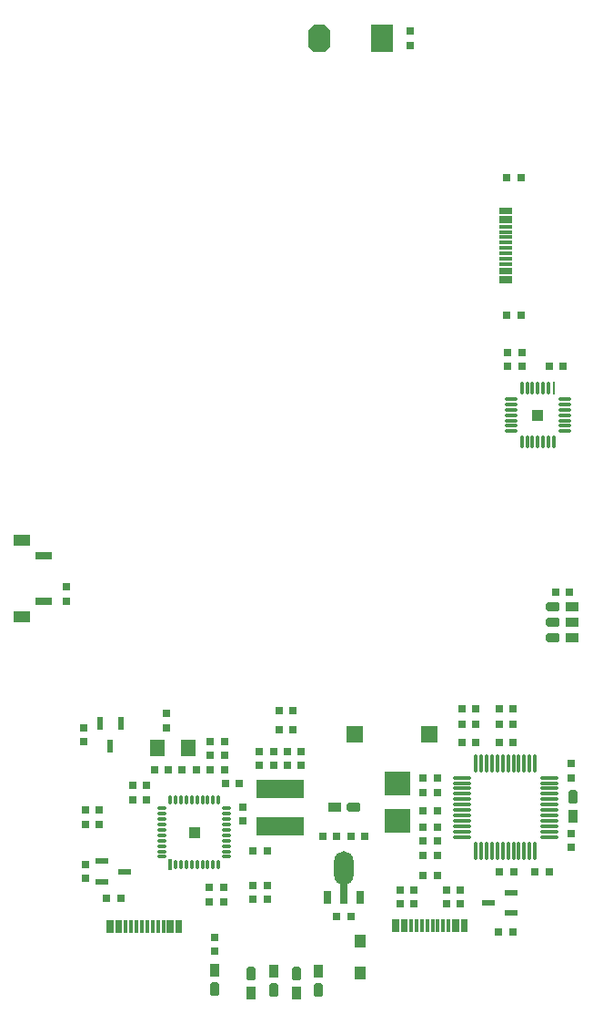
<source format=gtp>
G04*
G04 #@! TF.GenerationSoftware,Altium Limited,Altium Designer,19.0.10 (269)*
G04*
G04 Layer_Color=8421504*
%FSLAX25Y25*%
%MOIN*%
G70*
G01*
G75*
%ADD20R,0.02362X0.05118*%
%ADD21R,0.03000X0.03000*%
%ADD22R,0.03000X0.03000*%
%ADD23R,0.05500X0.06200*%
%ADD24R,0.17717X0.06890*%
%ADD25R,0.05000X0.03500*%
G04:AMPARAMS|DCode=26|XSize=50mil|YSize=35mil|CornerRadius=0mil|HoleSize=0mil|Usage=FLASHONLY|Rotation=180.000|XOffset=0mil|YOffset=0mil|HoleType=Round|Shape=Octagon|*
%AMOCTAGOND26*
4,1,8,-0.02500,0.00875,-0.02500,-0.00875,-0.01625,-0.01750,0.01625,-0.01750,0.02500,-0.00875,0.02500,0.00875,0.01625,0.01750,-0.01625,0.01750,-0.02500,0.00875,0.0*
%
%ADD26OCTAGOND26*%

%ADD27R,0.05906X0.05906*%
%ADD28R,0.05906X0.05906*%
G04:AMPARAMS|DCode=29|XSize=50mil|YSize=35mil|CornerRadius=0mil|HoleSize=0mil|Usage=FLASHONLY|Rotation=270.000|XOffset=0mil|YOffset=0mil|HoleType=Round|Shape=Octagon|*
%AMOCTAGOND29*
4,1,8,-0.00875,-0.02500,0.00875,-0.02500,0.01750,-0.01625,0.01750,0.01625,0.00875,0.02500,-0.00875,0.02500,-0.01750,0.01625,-0.01750,-0.01625,-0.00875,-0.02500,0.0*
%
%ADD29OCTAGOND29*%

%ADD30R,0.03500X0.05000*%
%ADD31O,0.07087X0.01181*%
%ADD32O,0.01181X0.07087*%
%ADD33R,0.05906X0.04331*%
%ADD34R,0.05906X0.03150*%
%ADD35R,0.08000X0.10000*%
G04:AMPARAMS|DCode=36|XSize=80mil|YSize=100mil|CornerRadius=0mil|HoleSize=0mil|Usage=FLASHONLY|Rotation=180.000|XOffset=0mil|YOffset=0mil|HoleType=Round|Shape=Octagon|*
%AMOCTAGOND36*
4,1,8,0.02000,-0.05000,-0.02000,-0.05000,-0.04000,-0.03000,-0.04000,0.03000,-0.02000,0.05000,0.02000,0.05000,0.04000,0.03000,0.04000,-0.03000,0.02000,-0.05000,0.0*
%
%ADD36OCTAGOND36*%

%ADD37R,0.03937X0.03937*%
%ADD38O,0.03937X0.01181*%
%ADD39O,0.01181X0.03937*%
%ADD40R,0.01181X0.03937*%
%ADD41R,0.05118X0.02362*%
%ADD42R,0.09449X0.08661*%
%ADD43R,0.01181X0.04528*%
%ADD44R,0.01181X0.04528*%
%ADD45R,0.01180X0.04520*%
%ADD46R,0.01180X0.04520*%
%ADD47R,0.01102X0.04724*%
%ADD48O,0.01102X0.04724*%
%ADD49O,0.04724X0.01102*%
%ADD50R,0.03937X0.04921*%
%ADD51R,0.04528X0.01181*%
%ADD52R,0.04528X0.01181*%
%ADD53R,0.04520X0.01180*%
%ADD54R,0.04520X0.01180*%
%ADD55O,0.07087X0.12500*%
%ADD56R,0.02600X0.04724*%
%ADD57R,0.02600X0.08268*%
D20*
X218583Y210354D02*
D03*
X214843Y218622D02*
D03*
X222323D02*
D03*
D21*
X328504Y466691D02*
D03*
Y471809D02*
D03*
X231869Y190669D02*
D03*
Y195787D02*
D03*
X226744Y190669D02*
D03*
Y195787D02*
D03*
X256750Y135213D02*
D03*
Y140331D02*
D03*
X238976Y216969D02*
D03*
Y222087D02*
D03*
X202375Y263357D02*
D03*
Y268475D02*
D03*
X387491Y198702D02*
D03*
Y203820D02*
D03*
X267250Y188074D02*
D03*
Y182955D02*
D03*
X273269Y208197D02*
D03*
Y203079D02*
D03*
X288519Y208197D02*
D03*
Y203079D02*
D03*
X278335Y203080D02*
D03*
Y208198D02*
D03*
X283393Y203082D02*
D03*
Y208200D02*
D03*
X387491Y178267D02*
D03*
Y173149D02*
D03*
X208662Y217047D02*
D03*
Y211929D02*
D03*
X209375Y166934D02*
D03*
Y161816D02*
D03*
D22*
X234724Y201625D02*
D03*
X239843D02*
D03*
X333291Y175463D02*
D03*
X338409D02*
D03*
X386809Y266625D02*
D03*
X381691D02*
D03*
X250059Y201625D02*
D03*
X244941D02*
D03*
X361210Y164250D02*
D03*
X366328D02*
D03*
X260316Y212000D02*
D03*
X255198D02*
D03*
X260316Y206813D02*
D03*
X255198D02*
D03*
X260316Y201625D02*
D03*
X255198D02*
D03*
X260039Y153307D02*
D03*
X254921D02*
D03*
X260039Y158425D02*
D03*
X254921D02*
D03*
X265809Y196500D02*
D03*
X260691D02*
D03*
X338408Y170250D02*
D03*
X333290D02*
D03*
X374202Y164249D02*
D03*
X379320D02*
D03*
X338408Y198702D02*
D03*
X333290D02*
D03*
X352548Y211500D02*
D03*
X347430D02*
D03*
X360923Y142250D02*
D03*
X366041D02*
D03*
X338407Y193177D02*
D03*
X333289D02*
D03*
X338407Y186718D02*
D03*
X333289D02*
D03*
X366266Y211501D02*
D03*
X361148D02*
D03*
X338408Y180587D02*
D03*
X333290D02*
D03*
X270941Y159213D02*
D03*
X276059D02*
D03*
X270941Y154125D02*
D03*
X276059D02*
D03*
X270941Y171865D02*
D03*
X276059D02*
D03*
X209514Y181625D02*
D03*
X214633D02*
D03*
Y186750D02*
D03*
X209514D02*
D03*
X280343Y223375D02*
D03*
X285461D02*
D03*
X280370Y216125D02*
D03*
X285488D02*
D03*
X366184Y218250D02*
D03*
X361066D02*
D03*
X366184Y223991D02*
D03*
X361066D02*
D03*
X352548Y223875D02*
D03*
X347430D02*
D03*
X352548Y218249D02*
D03*
X347430D02*
D03*
X346781Y152549D02*
D03*
X341663D02*
D03*
X333290Y162750D02*
D03*
X338408D02*
D03*
X384618Y349250D02*
D03*
X379500D02*
D03*
X346781Y157637D02*
D03*
X341663D02*
D03*
X329852Y152549D02*
D03*
X324734D02*
D03*
X324735Y157675D02*
D03*
X329853D02*
D03*
X222309Y154500D02*
D03*
X217191D02*
D03*
X364257Y354391D02*
D03*
X369375D02*
D03*
X364257Y349250D02*
D03*
X369375D02*
D03*
X369059Y418250D02*
D03*
X363941D02*
D03*
X296492Y177262D02*
D03*
X301611D02*
D03*
X306802Y177262D02*
D03*
X311920D02*
D03*
X306705Y147925D02*
D03*
X301587D02*
D03*
X363957Y367750D02*
D03*
X369075D02*
D03*
D23*
X247176Y209464D02*
D03*
X235955D02*
D03*
D24*
X280902Y194655D02*
D03*
Y180875D02*
D03*
D25*
X387750Y255625D02*
D03*
Y250000D02*
D03*
Y261250D02*
D03*
X300750Y187791D02*
D03*
D26*
X380750Y255625D02*
D03*
Y250000D02*
D03*
Y261250D02*
D03*
X307751Y187791D02*
D03*
D27*
X308125Y214676D02*
D03*
D28*
X335500D02*
D03*
D29*
X256776Y121212D02*
D03*
X270125Y127000D02*
D03*
X388224Y191500D02*
D03*
X278384Y121000D02*
D03*
X286642Y127000D02*
D03*
X294901Y121000D02*
D03*
D30*
X256776Y128212D02*
D03*
X270125Y120000D02*
D03*
X388224Y184501D02*
D03*
X278384Y128000D02*
D03*
X286642Y120000D02*
D03*
X294901Y128000D02*
D03*
D31*
X347430Y198702D02*
D03*
Y196733D02*
D03*
Y194765D02*
D03*
Y192796D02*
D03*
Y190828D02*
D03*
Y188859D02*
D03*
Y186891D02*
D03*
Y184922D02*
D03*
Y182954D02*
D03*
Y180985D02*
D03*
Y179017D02*
D03*
Y177048D02*
D03*
X379320D02*
D03*
Y179017D02*
D03*
Y180985D02*
D03*
Y182954D02*
D03*
Y184922D02*
D03*
Y186891D02*
D03*
Y188859D02*
D03*
Y190828D02*
D03*
Y192796D02*
D03*
Y194765D02*
D03*
Y196733D02*
D03*
Y198702D02*
D03*
D32*
X352548Y171930D02*
D03*
X354517D02*
D03*
X356485D02*
D03*
X358454D02*
D03*
X360422D02*
D03*
X362391D02*
D03*
X364359D02*
D03*
X366328D02*
D03*
X368296D02*
D03*
X370265D02*
D03*
X372233D02*
D03*
X374202D02*
D03*
Y203820D02*
D03*
X372233D02*
D03*
X370265D02*
D03*
X368296D02*
D03*
X366328D02*
D03*
X364359D02*
D03*
X362391D02*
D03*
X360422D02*
D03*
X358454D02*
D03*
X356485D02*
D03*
X354517D02*
D03*
X352548D02*
D03*
D33*
X186266Y285700D02*
D03*
Y257550D02*
D03*
D34*
X194140Y279893D02*
D03*
Y263357D02*
D03*
D35*
X318042Y469250D02*
D03*
D36*
X295208D02*
D03*
D37*
X249375Y178625D02*
D03*
X375250Y331375D02*
D03*
D38*
X237564Y169767D02*
D03*
Y171735D02*
D03*
Y173704D02*
D03*
Y175672D02*
D03*
Y177641D02*
D03*
Y179609D02*
D03*
Y181578D02*
D03*
Y183546D02*
D03*
Y185515D02*
D03*
Y187483D02*
D03*
X261186D02*
D03*
Y185515D02*
D03*
Y183546D02*
D03*
Y181578D02*
D03*
Y179609D02*
D03*
Y177641D02*
D03*
Y175672D02*
D03*
Y173704D02*
D03*
Y171735D02*
D03*
Y169767D02*
D03*
D39*
X240517Y190536D02*
D03*
X242485D02*
D03*
X244454D02*
D03*
X246422D02*
D03*
X248391D02*
D03*
X250359D02*
D03*
X252328D02*
D03*
X254296D02*
D03*
X256265D02*
D03*
X258233D02*
D03*
Y166814D02*
D03*
X256265D02*
D03*
X254296D02*
D03*
X252328D02*
D03*
X250359D02*
D03*
X248391D02*
D03*
X246422D02*
D03*
X244454D02*
D03*
X242485D02*
D03*
D40*
X240517D02*
D03*
D41*
X365509Y149251D02*
D03*
Y156731D02*
D03*
X357241Y152991D02*
D03*
X215616Y168115D02*
D03*
Y160635D02*
D03*
X223884Y164375D02*
D03*
D42*
X323907Y196733D02*
D03*
Y182953D02*
D03*
D43*
X322492Y144607D02*
D03*
X325642Y144597D02*
D03*
X332728Y144607D02*
D03*
X336665D02*
D03*
X345721Y144614D02*
D03*
X348870Y144613D02*
D03*
X217905Y144363D02*
D03*
X221056Y144353D02*
D03*
X228141Y144363D02*
D03*
X232079D02*
D03*
X241134Y144369D02*
D03*
X244284Y144369D02*
D03*
D44*
X323673Y144607D02*
D03*
X326823Y144597D02*
D03*
X330760Y144613D02*
D03*
X334697D02*
D03*
X338634D02*
D03*
X342571D02*
D03*
X344538Y144613D02*
D03*
X347689Y144613D02*
D03*
X219086Y144363D02*
D03*
X222236Y144353D02*
D03*
X226173Y144369D02*
D03*
X230111D02*
D03*
X234048D02*
D03*
X237984D02*
D03*
X239952Y144369D02*
D03*
X243103Y144369D02*
D03*
D45*
X328791Y144613D02*
D03*
X224204Y144369D02*
D03*
D46*
X340601Y144613D02*
D03*
X236015Y144369D02*
D03*
D47*
X381155Y341217D02*
D03*
D48*
X379187D02*
D03*
X377219D02*
D03*
X375250D02*
D03*
X373282D02*
D03*
X371313D02*
D03*
X369344D02*
D03*
Y321533D02*
D03*
X371313D02*
D03*
X373282D02*
D03*
X375250D02*
D03*
X377219D02*
D03*
X379187D02*
D03*
X381155D02*
D03*
D49*
X365407Y335312D02*
D03*
Y333344D02*
D03*
Y331375D02*
D03*
Y329406D02*
D03*
Y327438D02*
D03*
Y325469D02*
D03*
Y337281D02*
D03*
X385092Y325469D02*
D03*
Y327438D02*
D03*
Y329406D02*
D03*
Y331375D02*
D03*
Y333344D02*
D03*
Y335312D02*
D03*
Y337281D02*
D03*
D50*
X310250Y138807D02*
D03*
Y127193D02*
D03*
D51*
X363544Y380280D02*
D03*
X363553Y383431D02*
D03*
X363544Y390516D02*
D03*
Y394454D02*
D03*
X363537Y403509D02*
D03*
X363537Y406659D02*
D03*
D52*
X363544Y381461D02*
D03*
X363554Y384612D02*
D03*
X363538Y388548D02*
D03*
Y392486D02*
D03*
Y396423D02*
D03*
Y400359D02*
D03*
X363537Y402327D02*
D03*
X363538Y405478D02*
D03*
D53*
Y386579D02*
D03*
D54*
Y398390D02*
D03*
D55*
X304147Y165611D02*
D03*
D56*
X310053Y154807D02*
D03*
X298242D02*
D03*
D57*
X304147Y156500D02*
D03*
M02*

</source>
